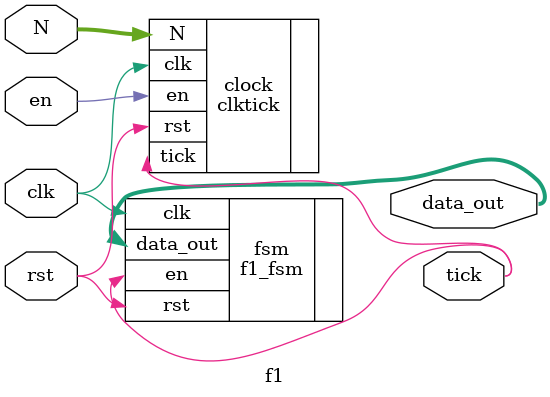
<source format=sv>
module f1 #(
    parameter   WIDTH = 16,
                D_WIDTH = 8

)(
    input   logic       rst,
    input   logic       en,
    input   logic       clk,
    input   logic [WIDTH-1:0] N,
    output  logic       tick,
    output  logic [D_WIDTH-1:0] data_out
);

clktick clock(
    .clk (clk),
    .en (en),
    .rst (rst),
    .tick (tick),
    .N (N)
);

f1_fsm fsm(
    .clk (clk),
    .en (tick),
    .rst (rst),
    .data_out (data_out)
);
endmodule

</source>
